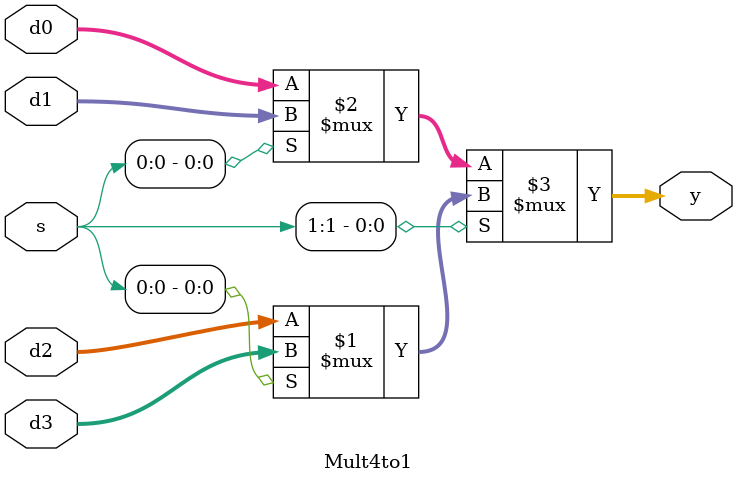
<source format=sv>
module Mult4to1 #(parameter WIDTH = 64)
(input logic [WIDTH-1:0] d0, d1, d2, d3,
input logic[1:0] s,
output logic [WIDTH-1:0] y);

assign y = s[1] ? (s[0] ? d3 : d2) : (s[0] ? d1 : d0);
endmodule
</source>
